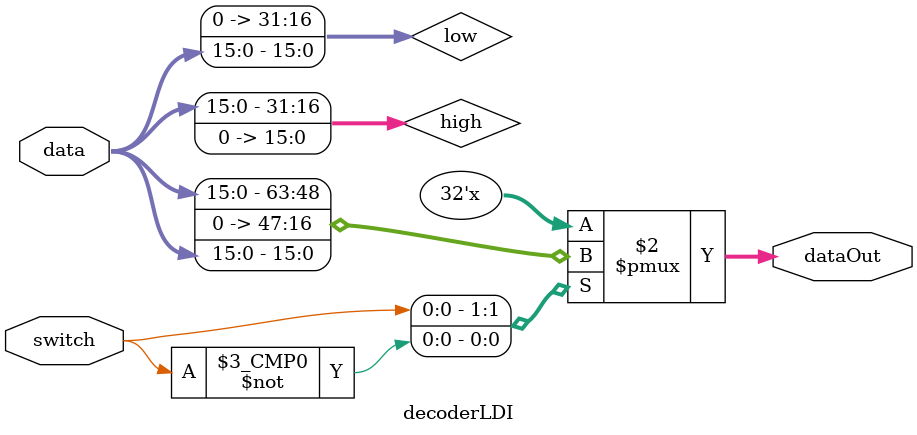
<source format=sv>
`timescale 1ps/1ps
module decoderLDI #(parameter N = 16)
												(input logic [N-1:0] data,
												input logic  switch,
												output logic [N*2-1:0] dataOut);
		logic [N*2-1:0]high;
		logic [N*2-1:0]low;		
		
		assign high[31:16] = data;
		assign high[15:0] = 0;
		
		assign low[31:16] = 0;
		assign low[15:0] = data;
		
		always_comb begin
			case(switch)
				1'b1:	dataOut = high;
				1'b0:	dataOut = low;
			endcase
		
		end


		

endmodule



</source>
